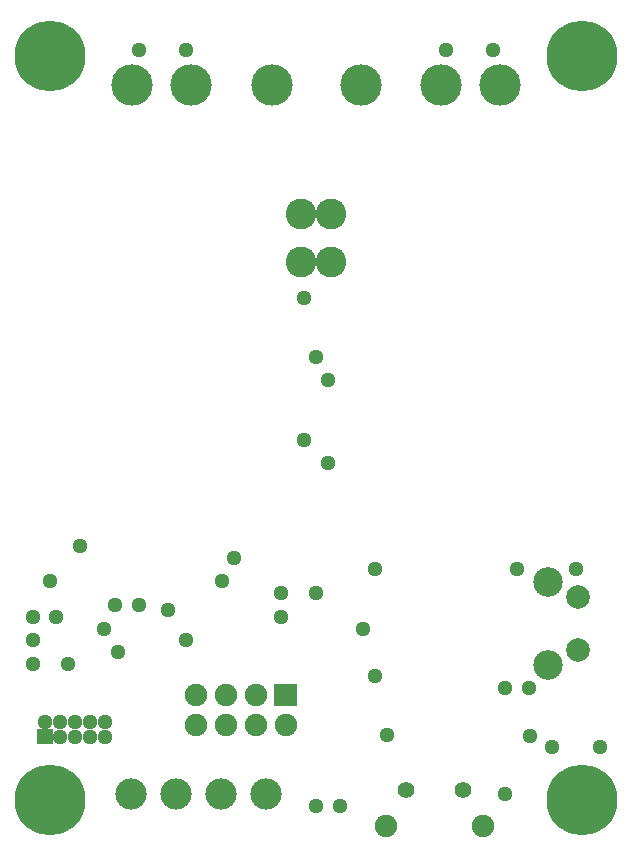
<source format=gbr>
G04 start of page 10 for group -4062 idx -4062 *
G04 Title: (unknown), soldermask *
G04 Creator: pcb 20140316 *
G04 CreationDate: Tue 09 Jul 2019 20:42:41 GMT UTC *
G04 For: kier *
G04 Format: Gerber/RS-274X *
G04 PCB-Dimensions (mil): 2755.91 3543.31 *
G04 PCB-Coordinate-Origin: lower left *
%MOIN*%
%FSLAX25Y25*%
%LNBOTTOMMASK*%
%ADD167C,0.0512*%
%ADD166C,0.0551*%
%ADD165C,0.1043*%
%ADD164C,0.0748*%
%ADD163C,0.0001*%
%ADD162C,0.1024*%
%ADD161C,0.1378*%
%ADD160C,0.2362*%
%ADD159C,0.0984*%
%ADD158C,0.0787*%
G54D158*X228937Y102953D03*
Y120669D03*
G54D159*X219094Y98031D03*
G54D160*X230315Y53150D03*
G54D159*X219094Y125591D03*
G54D161*X203150Y291339D03*
X183465D03*
X156496D03*
X100000D03*
X80315D03*
G54D162*X146732Y248543D03*
X136732D03*
Y232559D03*
X146732D03*
G54D161*X126969Y291339D03*
G54D160*X53150Y301181D03*
X230315D03*
G54D163*G36*
X127756Y91732D02*Y84252D01*
X135236D01*
Y91732D01*
X127756D01*
G37*
G54D164*X121496Y87992D03*
X111496D03*
X101496D03*
X131496Y77992D03*
X121496D03*
X111496D03*
X101496D03*
G54D165*X94862Y55118D03*
X109862D03*
X124862D03*
G54D164*X164961Y44291D03*
X197244D03*
G54D166*X171555Y56417D03*
X190650D03*
G54D165*X79862Y55118D03*
G54D160*X53150Y53150D03*
G54D163*G36*
X48754Y76690D02*Y71572D01*
X53872D01*
Y76690D01*
X48754D01*
G37*
G54D167*X51313Y79131D03*
X56313Y74131D03*
Y79131D03*
X61313Y74131D03*
Y79131D03*
X66313Y74131D03*
Y79131D03*
X71313Y74131D03*
Y79131D03*
X137795Y220472D03*
X145669Y192913D03*
X141732Y200787D03*
X137795Y173228D03*
X145669Y165354D03*
X92323Y116339D03*
X70866Y110236D03*
X62992Y137795D03*
X53150Y125984D03*
X47244Y106299D03*
X47441Y98425D03*
X55118Y114173D03*
X47244D03*
X98425Y303150D03*
X82677D03*
X200787D03*
X185039D03*
X212992Y74409D03*
X220472Y70866D03*
X236220D03*
X204724Y55118D03*
X165354Y74803D03*
X149606Y51181D03*
X141732D03*
X161417Y94488D03*
X212598Y90551D03*
X204724D03*
X228346Y129921D03*
X208661D03*
X161417D03*
X114173Y133858D03*
X82677Y118110D03*
X74803D03*
X59055Y98425D03*
X75787Y102559D03*
X141732Y122047D03*
X129921Y114173D03*
Y122047D03*
X157480Y110236D03*
X98425Y106299D03*
X110236Y125984D03*
M02*

</source>
